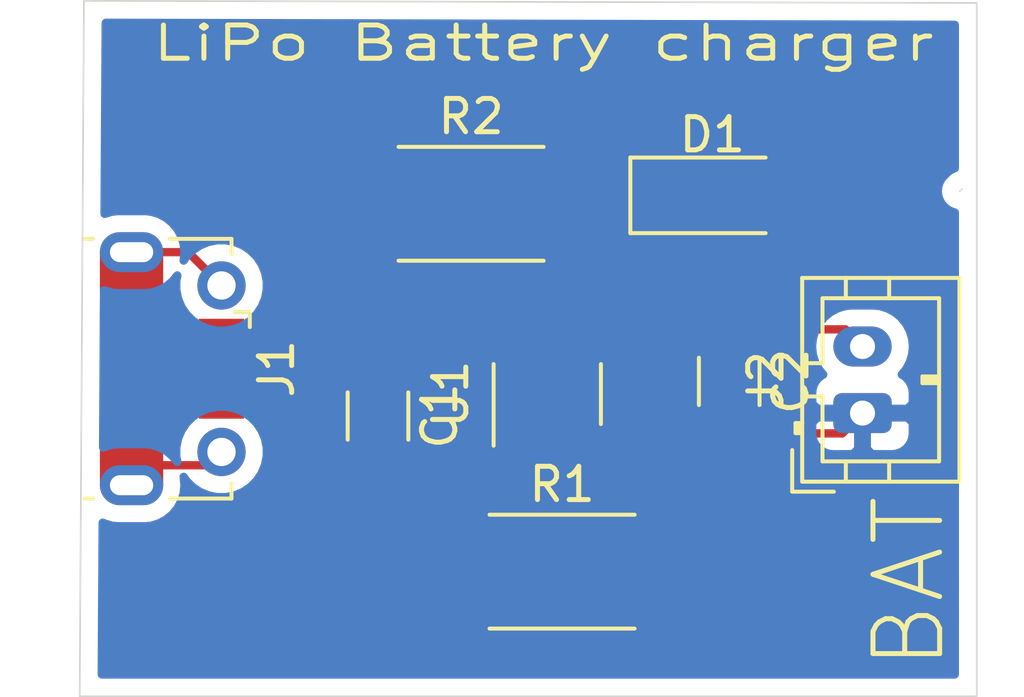
<source format=kicad_pcb>
(kicad_pcb (version 20171130) (host pcbnew "(5.1.10)-1")

  (general
    (thickness 1.6)
    (drawings 7)
    (tracks 49)
    (zones 0)
    (modules 8)
    (nets 11)
  )

  (page A4)
  (layers
    (0 F.Cu signal)
    (31 B.Cu signal)
    (32 B.Adhes user)
    (33 F.Adhes user)
    (34 B.Paste user)
    (35 F.Paste user)
    (36 B.SilkS user)
    (37 F.SilkS user)
    (38 B.Mask user)
    (39 F.Mask user)
    (40 Dwgs.User user)
    (41 Cmts.User user)
    (42 Eco1.User user)
    (43 Eco2.User user)
    (44 Edge.Cuts user)
    (45 Margin user)
    (46 B.CrtYd user)
    (47 F.CrtYd user)
    (48 B.Fab user)
    (49 F.Fab user)
  )

  (setup
    (last_trace_width 0.25)
    (trace_clearance 0.2)
    (zone_clearance 0.508)
    (zone_45_only no)
    (trace_min 0.2)
    (via_size 0.8)
    (via_drill 0.4)
    (via_min_size 0.4)
    (via_min_drill 0.3)
    (uvia_size 0.3)
    (uvia_drill 0.1)
    (uvias_allowed no)
    (uvia_min_size 0.2)
    (uvia_min_drill 0.1)
    (edge_width 0.05)
    (segment_width 0.2)
    (pcb_text_width 0.3)
    (pcb_text_size 1.5 1.5)
    (mod_edge_width 0.12)
    (mod_text_size 1 1)
    (mod_text_width 0.15)
    (pad_size 1.524 1.524)
    (pad_drill 0.762)
    (pad_to_mask_clearance 0)
    (aux_axis_origin 0 0)
    (visible_elements 7FFFFFFF)
    (pcbplotparams
      (layerselection 0x010fc_ffffffff)
      (usegerberextensions false)
      (usegerberattributes true)
      (usegerberadvancedattributes true)
      (creategerberjobfile true)
      (excludeedgelayer true)
      (linewidth 0.100000)
      (plotframeref false)
      (viasonmask false)
      (mode 1)
      (useauxorigin false)
      (hpglpennumber 1)
      (hpglpenspeed 20)
      (hpglpendiameter 15.000000)
      (psnegative false)
      (psa4output false)
      (plotreference true)
      (plotvalue true)
      (plotinvisibletext false)
      (padsonsilk false)
      (subtractmaskfromsilk false)
      (outputformat 1)
      (mirror false)
      (drillshape 1)
      (scaleselection 1)
      (outputdirectory ""))
  )

  (net 0 "")
  (net 1 GND)
  (net 2 VBUS)
  (net 3 VCC)
  (net 4 "Net-(D1-Pad1)")
  (net 5 "Net-(J1-Pad6)")
  (net 6 "Net-(J1-Pad3)")
  (net 7 "Net-(J1-Pad4)")
  (net 8 "Net-(J1-Pad2)")
  (net 9 "Net-(R1-Pad1)")
  (net 10 "Net-(R2-Pad2)")

  (net_class Default "This is the default net class."
    (clearance 0.2)
    (trace_width 0.25)
    (via_dia 0.8)
    (via_drill 0.4)
    (uvia_dia 0.3)
    (uvia_drill 0.1)
    (add_net GND)
    (add_net "Net-(D1-Pad1)")
    (add_net "Net-(J1-Pad2)")
    (add_net "Net-(J1-Pad3)")
    (add_net "Net-(J1-Pad4)")
    (add_net "Net-(J1-Pad6)")
    (add_net "Net-(R1-Pad1)")
    (add_net "Net-(R2-Pad2)")
    (add_net VBUS)
    (add_net VCC)
  )

  (module Package_TO_SOT_SMD:SOT-23-5 (layer F.Cu) (tedit 5A02FF57) (tstamp 61018E37)
    (at 109.22 99.441 90)
    (descr "5-pin SOT23 package")
    (tags SOT-23-5)
    (path /60FD6C04)
    (attr smd)
    (fp_text reference U1 (at 0 -2.9 90) (layer F.SilkS)
      (effects (font (size 1 1) (thickness 0.15)))
    )
    (fp_text value MCP73831-2-OT (at 0 2.9 90) (layer F.Fab)
      (effects (font (size 1 1) (thickness 0.15)))
    )
    (fp_text user %R (at 0 0) (layer F.Fab)
      (effects (font (size 0.5 0.5) (thickness 0.075)))
    )
    (fp_line (start -0.9 1.61) (end 0.9 1.61) (layer F.SilkS) (width 0.12))
    (fp_line (start 0.9 -1.61) (end -1.55 -1.61) (layer F.SilkS) (width 0.12))
    (fp_line (start -1.9 -1.8) (end 1.9 -1.8) (layer F.CrtYd) (width 0.05))
    (fp_line (start 1.9 -1.8) (end 1.9 1.8) (layer F.CrtYd) (width 0.05))
    (fp_line (start 1.9 1.8) (end -1.9 1.8) (layer F.CrtYd) (width 0.05))
    (fp_line (start -1.9 1.8) (end -1.9 -1.8) (layer F.CrtYd) (width 0.05))
    (fp_line (start -0.9 -0.9) (end -0.25 -1.55) (layer F.Fab) (width 0.1))
    (fp_line (start 0.9 -1.55) (end -0.25 -1.55) (layer F.Fab) (width 0.1))
    (fp_line (start -0.9 -0.9) (end -0.9 1.55) (layer F.Fab) (width 0.1))
    (fp_line (start 0.9 1.55) (end -0.9 1.55) (layer F.Fab) (width 0.1))
    (fp_line (start 0.9 -1.55) (end 0.9 1.55) (layer F.Fab) (width 0.1))
    (pad 5 smd rect (at 1.1 -0.95 90) (size 1.06 0.65) (layers F.Cu F.Paste F.Mask)
      (net 9 "Net-(R1-Pad1)"))
    (pad 4 smd rect (at 1.1 0.95 90) (size 1.06 0.65) (layers F.Cu F.Paste F.Mask)
      (net 2 VBUS))
    (pad 3 smd rect (at -1.1 0.95 90) (size 1.06 0.65) (layers F.Cu F.Paste F.Mask)
      (net 3 VCC))
    (pad 2 smd rect (at -1.1 0 90) (size 1.06 0.65) (layers F.Cu F.Paste F.Mask)
      (net 1 GND))
    (pad 1 smd rect (at -1.1 -0.95 90) (size 1.06 0.65) (layers F.Cu F.Paste F.Mask)
      (net 10 "Net-(R2-Pad2)"))
    (model ${KISYS3DMOD}/Package_TO_SOT_SMD.3dshapes/SOT-23-5.wrl
      (at (xyz 0 0 0))
      (scale (xyz 1 1 1))
      (rotate (xyz 0 0 0))
    )
  )

  (module Resistor_SMD:R_2512_6332Metric_Pad1.40x3.35mm_HandSolder (layer F.Cu) (tedit 5F68FEEE) (tstamp 61018E22)
    (at 106.934 93.726)
    (descr "Resistor SMD 2512 (6332 Metric), square (rectangular) end terminal, IPC_7351 nominal with elongated pad for handsoldering. (Body size source: IPC-SM-782 page 72, https://www.pcb-3d.com/wordpress/wp-content/uploads/ipc-sm-782a_amendment_1_and_2.pdf), generated with kicad-footprint-generator")
    (tags "resistor handsolder")
    (path /60FDFB30)
    (attr smd)
    (fp_text reference R2 (at 0 -2.62) (layer F.SilkS)
      (effects (font (size 1 1) (thickness 0.15)))
    )
    (fp_text value 470 (at 0 2.62) (layer F.Fab)
      (effects (font (size 1 1) (thickness 0.15)))
    )
    (fp_text user %R (at 0 0) (layer F.Fab)
      (effects (font (size 1 1) (thickness 0.15)))
    )
    (fp_line (start -3.15 1.6) (end -3.15 -1.6) (layer F.Fab) (width 0.1))
    (fp_line (start -3.15 -1.6) (end 3.15 -1.6) (layer F.Fab) (width 0.1))
    (fp_line (start 3.15 -1.6) (end 3.15 1.6) (layer F.Fab) (width 0.1))
    (fp_line (start 3.15 1.6) (end -3.15 1.6) (layer F.Fab) (width 0.1))
    (fp_line (start -2.177064 -1.71) (end 2.177064 -1.71) (layer F.SilkS) (width 0.12))
    (fp_line (start -2.177064 1.71) (end 2.177064 1.71) (layer F.SilkS) (width 0.12))
    (fp_line (start -4 1.92) (end -4 -1.92) (layer F.CrtYd) (width 0.05))
    (fp_line (start -4 -1.92) (end 4 -1.92) (layer F.CrtYd) (width 0.05))
    (fp_line (start 4 -1.92) (end 4 1.92) (layer F.CrtYd) (width 0.05))
    (fp_line (start 4 1.92) (end -4 1.92) (layer F.CrtYd) (width 0.05))
    (pad 2 smd roundrect (at 3.05 0) (size 1.4 3.35) (layers F.Cu F.Paste F.Mask) (roundrect_rratio 0.178571)
      (net 10 "Net-(R2-Pad2)"))
    (pad 1 smd roundrect (at -3.05 0) (size 1.4 3.35) (layers F.Cu F.Paste F.Mask) (roundrect_rratio 0.178571)
      (net 4 "Net-(D1-Pad1)"))
    (model ${KISYS3DMOD}/Resistor_SMD.3dshapes/R_2512_6332Metric.wrl
      (at (xyz 0 0 0))
      (scale (xyz 1 1 1))
      (rotate (xyz 0 0 0))
    )
  )

  (module Resistor_SMD:R_2512_6332Metric_Pad1.40x3.35mm_HandSolder (layer F.Cu) (tedit 5F68FEEE) (tstamp 61018E11)
    (at 109.6645 104.775)
    (descr "Resistor SMD 2512 (6332 Metric), square (rectangular) end terminal, IPC_7351 nominal with elongated pad for handsoldering. (Body size source: IPC-SM-782 page 72, https://www.pcb-3d.com/wordpress/wp-content/uploads/ipc-sm-782a_amendment_1_and_2.pdf), generated with kicad-footprint-generator")
    (tags "resistor handsolder")
    (path /60FE3836)
    (attr smd)
    (fp_text reference R1 (at 0 -2.62) (layer F.SilkS)
      (effects (font (size 1 1) (thickness 0.15)))
    )
    (fp_text value 2k (at 0 2.62) (layer F.Fab)
      (effects (font (size 1 1) (thickness 0.15)))
    )
    (fp_text user %R (at 0 0) (layer F.Fab)
      (effects (font (size 1 1) (thickness 0.15)))
    )
    (fp_line (start -3.15 1.6) (end -3.15 -1.6) (layer F.Fab) (width 0.1))
    (fp_line (start -3.15 -1.6) (end 3.15 -1.6) (layer F.Fab) (width 0.1))
    (fp_line (start 3.15 -1.6) (end 3.15 1.6) (layer F.Fab) (width 0.1))
    (fp_line (start 3.15 1.6) (end -3.15 1.6) (layer F.Fab) (width 0.1))
    (fp_line (start -2.177064 -1.71) (end 2.177064 -1.71) (layer F.SilkS) (width 0.12))
    (fp_line (start -2.177064 1.71) (end 2.177064 1.71) (layer F.SilkS) (width 0.12))
    (fp_line (start -4 1.92) (end -4 -1.92) (layer F.CrtYd) (width 0.05))
    (fp_line (start -4 -1.92) (end 4 -1.92) (layer F.CrtYd) (width 0.05))
    (fp_line (start 4 -1.92) (end 4 1.92) (layer F.CrtYd) (width 0.05))
    (fp_line (start 4 1.92) (end -4 1.92) (layer F.CrtYd) (width 0.05))
    (pad 2 smd roundrect (at 3.05 0) (size 1.4 3.35) (layers F.Cu F.Paste F.Mask) (roundrect_rratio 0.178571)
      (net 1 GND))
    (pad 1 smd roundrect (at -3.05 0) (size 1.4 3.35) (layers F.Cu F.Paste F.Mask) (roundrect_rratio 0.178571)
      (net 9 "Net-(R1-Pad1)"))
    (model ${KISYS3DMOD}/Resistor_SMD.3dshapes/R_2512_6332Metric.wrl
      (at (xyz 0 0 0))
      (scale (xyz 1 1 1))
      (rotate (xyz 0 0 0))
    )
  )

  (module Connector_JST:JST_PH_B2B-PH-K_1x02_P2.00mm_Vertical (layer F.Cu) (tedit 5B7745C2) (tstamp 61018E00)
    (at 118.6815 100.0125 90)
    (descr "JST PH series connector, B2B-PH-K (http://www.jst-mfg.com/product/pdf/eng/ePH.pdf), generated with kicad-footprint-generator")
    (tags "connector JST PH side entry")
    (path /60FD8582)
    (fp_text reference J2 (at 1 -2.9 90) (layer F.SilkS)
      (effects (font (size 1 1) (thickness 0.15)))
    )
    (fp_text value Conn_01x02_Female (at 1 4 90) (layer F.Fab)
      (effects (font (size 1 1) (thickness 0.15)))
    )
    (fp_text user %R (at 1 1.5 90) (layer F.Fab)
      (effects (font (size 1 1) (thickness 0.15)))
    )
    (fp_line (start -2.06 -1.81) (end -2.06 2.91) (layer F.SilkS) (width 0.12))
    (fp_line (start -2.06 2.91) (end 4.06 2.91) (layer F.SilkS) (width 0.12))
    (fp_line (start 4.06 2.91) (end 4.06 -1.81) (layer F.SilkS) (width 0.12))
    (fp_line (start 4.06 -1.81) (end -2.06 -1.81) (layer F.SilkS) (width 0.12))
    (fp_line (start -0.3 -1.81) (end -0.3 -2.01) (layer F.SilkS) (width 0.12))
    (fp_line (start -0.3 -2.01) (end -0.6 -2.01) (layer F.SilkS) (width 0.12))
    (fp_line (start -0.6 -2.01) (end -0.6 -1.81) (layer F.SilkS) (width 0.12))
    (fp_line (start -0.3 -1.91) (end -0.6 -1.91) (layer F.SilkS) (width 0.12))
    (fp_line (start 0.5 -1.81) (end 0.5 -1.2) (layer F.SilkS) (width 0.12))
    (fp_line (start 0.5 -1.2) (end -1.45 -1.2) (layer F.SilkS) (width 0.12))
    (fp_line (start -1.45 -1.2) (end -1.45 2.3) (layer F.SilkS) (width 0.12))
    (fp_line (start -1.45 2.3) (end 3.45 2.3) (layer F.SilkS) (width 0.12))
    (fp_line (start 3.45 2.3) (end 3.45 -1.2) (layer F.SilkS) (width 0.12))
    (fp_line (start 3.45 -1.2) (end 1.5 -1.2) (layer F.SilkS) (width 0.12))
    (fp_line (start 1.5 -1.2) (end 1.5 -1.81) (layer F.SilkS) (width 0.12))
    (fp_line (start -2.06 -0.5) (end -1.45 -0.5) (layer F.SilkS) (width 0.12))
    (fp_line (start -2.06 0.8) (end -1.45 0.8) (layer F.SilkS) (width 0.12))
    (fp_line (start 4.06 -0.5) (end 3.45 -0.5) (layer F.SilkS) (width 0.12))
    (fp_line (start 4.06 0.8) (end 3.45 0.8) (layer F.SilkS) (width 0.12))
    (fp_line (start 0.9 2.3) (end 0.9 1.8) (layer F.SilkS) (width 0.12))
    (fp_line (start 0.9 1.8) (end 1.1 1.8) (layer F.SilkS) (width 0.12))
    (fp_line (start 1.1 1.8) (end 1.1 2.3) (layer F.SilkS) (width 0.12))
    (fp_line (start 1 2.3) (end 1 1.8) (layer F.SilkS) (width 0.12))
    (fp_line (start -1.11 -2.11) (end -2.36 -2.11) (layer F.SilkS) (width 0.12))
    (fp_line (start -2.36 -2.11) (end -2.36 -0.86) (layer F.SilkS) (width 0.12))
    (fp_line (start -1.11 -2.11) (end -2.36 -2.11) (layer F.Fab) (width 0.1))
    (fp_line (start -2.36 -2.11) (end -2.36 -0.86) (layer F.Fab) (width 0.1))
    (fp_line (start -1.95 -1.7) (end -1.95 2.8) (layer F.Fab) (width 0.1))
    (fp_line (start -1.95 2.8) (end 3.95 2.8) (layer F.Fab) (width 0.1))
    (fp_line (start 3.95 2.8) (end 3.95 -1.7) (layer F.Fab) (width 0.1))
    (fp_line (start 3.95 -1.7) (end -1.95 -1.7) (layer F.Fab) (width 0.1))
    (fp_line (start -2.45 -2.2) (end -2.45 3.3) (layer F.CrtYd) (width 0.05))
    (fp_line (start -2.45 3.3) (end 4.45 3.3) (layer F.CrtYd) (width 0.05))
    (fp_line (start 4.45 3.3) (end 4.45 -2.2) (layer F.CrtYd) (width 0.05))
    (fp_line (start 4.45 -2.2) (end -2.45 -2.2) (layer F.CrtYd) (width 0.05))
    (pad 2 thru_hole oval (at 2 0 90) (size 1.2 1.75) (drill 0.75) (layers *.Cu *.Mask)
      (net 3 VCC))
    (pad 1 thru_hole roundrect (at 0 0 90) (size 1.2 1.75) (drill 0.75) (layers *.Cu *.Mask) (roundrect_rratio 0.208333)
      (net 1 GND))
    (model ${KISYS3DMOD}/Connector_JST.3dshapes/JST_PH_B2B-PH-K_1x02_P2.00mm_Vertical.wrl
      (at (xyz 0 0 0))
      (scale (xyz 1 1 1))
      (rotate (xyz 0 0 0))
    )
  )

  (module Connector_USB:USB_Micro-B_Molex-105017-0001 (layer F.Cu) (tedit 5A1DC0BE) (tstamp 61018DD6)
    (at 97.9805 98.679 270)
    (descr http://www.molex.com/pdm_docs/sd/1050170001_sd.pdf)
    (tags "Micro-USB SMD Typ-B")
    (path /60FD78E6)
    (attr smd)
    (fp_text reference J1 (at 0 -3.1125 90) (layer F.SilkS)
      (effects (font (size 1 1) (thickness 0.15)))
    )
    (fp_text value USB_B_Micro (at 0.3 4.3375 90) (layer F.Fab)
      (effects (font (size 1 1) (thickness 0.15)))
    )
    (fp_text user %R (at 0 0.8875 90) (layer F.Fab)
      (effects (font (size 1 1) (thickness 0.15)))
    )
    (fp_text user "PCB Edge" (at 0 2.6875 90) (layer Dwgs.User)
      (effects (font (size 0.5 0.5) (thickness 0.08)))
    )
    (fp_line (start -4.4 3.64) (end 4.4 3.64) (layer F.CrtYd) (width 0.05))
    (fp_line (start 4.4 -2.46) (end 4.4 3.64) (layer F.CrtYd) (width 0.05))
    (fp_line (start -4.4 -2.46) (end 4.4 -2.46) (layer F.CrtYd) (width 0.05))
    (fp_line (start -4.4 3.64) (end -4.4 -2.46) (layer F.CrtYd) (width 0.05))
    (fp_line (start -3.9 -1.7625) (end -3.45 -1.7625) (layer F.SilkS) (width 0.12))
    (fp_line (start -3.9 0.0875) (end -3.9 -1.7625) (layer F.SilkS) (width 0.12))
    (fp_line (start 3.9 2.6375) (end 3.9 2.3875) (layer F.SilkS) (width 0.12))
    (fp_line (start 3.75 3.3875) (end 3.75 -1.6125) (layer F.Fab) (width 0.1))
    (fp_line (start -3 2.689204) (end 3 2.689204) (layer F.Fab) (width 0.1))
    (fp_line (start -3.75 3.389204) (end 3.75 3.389204) (layer F.Fab) (width 0.1))
    (fp_line (start -3.75 -1.6125) (end 3.75 -1.6125) (layer F.Fab) (width 0.1))
    (fp_line (start -3.75 3.3875) (end -3.75 -1.6125) (layer F.Fab) (width 0.1))
    (fp_line (start -3.9 2.6375) (end -3.9 2.3875) (layer F.SilkS) (width 0.12))
    (fp_line (start 3.9 0.0875) (end 3.9 -1.7625) (layer F.SilkS) (width 0.12))
    (fp_line (start 3.9 -1.7625) (end 3.45 -1.7625) (layer F.SilkS) (width 0.12))
    (fp_line (start -1.7 -2.3125) (end -1.25 -2.3125) (layer F.SilkS) (width 0.12))
    (fp_line (start -1.7 -2.3125) (end -1.7 -1.8625) (layer F.SilkS) (width 0.12))
    (fp_line (start -1.3 -1.7125) (end -1.5 -1.9125) (layer F.Fab) (width 0.1))
    (fp_line (start -1.1 -1.9125) (end -1.3 -1.7125) (layer F.Fab) (width 0.1))
    (fp_line (start -1.5 -2.1225) (end -1.1 -2.1225) (layer F.Fab) (width 0.1))
    (fp_line (start -1.5 -2.1225) (end -1.5 -1.9125) (layer F.Fab) (width 0.1))
    (fp_line (start -1.1 -2.1225) (end -1.1 -1.9125) (layer F.Fab) (width 0.1))
    (pad 6 smd rect (at -2.9 1.2375 270) (size 1.2 1.9) (layers F.Cu F.Mask)
      (net 5 "Net-(J1-Pad6)"))
    (pad 6 smd rect (at 2.9 1.2375 270) (size 1.2 1.9) (layers F.Cu F.Mask)
      (net 5 "Net-(J1-Pad6)"))
    (pad 6 thru_hole oval (at 3.5 1.2375 270) (size 1.2 1.9) (drill oval 0.6 1.3) (layers *.Cu *.Mask)
      (net 5 "Net-(J1-Pad6)"))
    (pad 6 thru_hole oval (at -3.5 1.2375 90) (size 1.2 1.9) (drill oval 0.6 1.3) (layers *.Cu *.Mask)
      (net 5 "Net-(J1-Pad6)"))
    (pad 6 smd rect (at -1 1.2375 270) (size 1.5 1.9) (layers F.Cu F.Paste F.Mask)
      (net 5 "Net-(J1-Pad6)"))
    (pad 6 thru_hole circle (at 2.5 -1.4625 270) (size 1.45 1.45) (drill 0.85) (layers *.Cu *.Mask)
      (net 5 "Net-(J1-Pad6)"))
    (pad 3 smd rect (at 0 -1.4625 270) (size 0.4 1.35) (layers F.Cu F.Paste F.Mask)
      (net 6 "Net-(J1-Pad3)"))
    (pad 4 smd rect (at 0.65 -1.4625 270) (size 0.4 1.35) (layers F.Cu F.Paste F.Mask)
      (net 7 "Net-(J1-Pad4)"))
    (pad 5 smd rect (at 1.3 -1.4625 270) (size 0.4 1.35) (layers F.Cu F.Paste F.Mask)
      (net 1 GND))
    (pad 1 smd rect (at -1.3 -1.4625 270) (size 0.4 1.35) (layers F.Cu F.Paste F.Mask)
      (net 2 VBUS))
    (pad 2 smd rect (at -0.65 -1.4625 270) (size 0.4 1.35) (layers F.Cu F.Paste F.Mask)
      (net 8 "Net-(J1-Pad2)"))
    (pad 6 thru_hole circle (at -2.5 -1.4625 270) (size 1.45 1.45) (drill 0.85) (layers *.Cu *.Mask)
      (net 5 "Net-(J1-Pad6)"))
    (pad 6 smd rect (at 1 1.2375 270) (size 1.5 1.9) (layers F.Cu F.Paste F.Mask)
      (net 5 "Net-(J1-Pad6)"))
    (model ${KISYS3DMOD}/Connector_USB.3dshapes/USB_Micro-B_Molex-105017-0001.wrl
      (at (xyz 0 0 0))
      (scale (xyz 1 1 1))
      (rotate (xyz 0 0 0))
    )
    (model ${KIPRJMOD}/1050170001.stp
      (offset (xyz 0 -1 1))
      (scale (xyz 1 1 1))
      (rotate (xyz -90 0 0))
    )
  )

  (module LED_SMD:LED_1206_3216Metric_Pad1.42x1.75mm_HandSolder (layer F.Cu) (tedit 5F68FEF1) (tstamp 61018DAD)
    (at 114.173 93.472)
    (descr "LED SMD 1206 (3216 Metric), square (rectangular) end terminal, IPC_7351 nominal, (Body size source: http://www.tortai-tech.com/upload/download/2011102023233369053.pdf), generated with kicad-footprint-generator")
    (tags "LED handsolder")
    (path /60FDD97B)
    (attr smd)
    (fp_text reference D1 (at 0 -1.82) (layer F.SilkS)
      (effects (font (size 1 1) (thickness 0.15)))
    )
    (fp_text value LED (at 0 1.82) (layer F.Fab)
      (effects (font (size 1 1) (thickness 0.15)))
    )
    (fp_text user %R (at 0 0) (layer F.Fab)
      (effects (font (size 0.8 0.8) (thickness 0.12)))
    )
    (fp_line (start 1.6 -0.8) (end -1.2 -0.8) (layer F.Fab) (width 0.1))
    (fp_line (start -1.2 -0.8) (end -1.6 -0.4) (layer F.Fab) (width 0.1))
    (fp_line (start -1.6 -0.4) (end -1.6 0.8) (layer F.Fab) (width 0.1))
    (fp_line (start -1.6 0.8) (end 1.6 0.8) (layer F.Fab) (width 0.1))
    (fp_line (start 1.6 0.8) (end 1.6 -0.8) (layer F.Fab) (width 0.1))
    (fp_line (start 1.6 -1.135) (end -2.46 -1.135) (layer F.SilkS) (width 0.12))
    (fp_line (start -2.46 -1.135) (end -2.46 1.135) (layer F.SilkS) (width 0.12))
    (fp_line (start -2.46 1.135) (end 1.6 1.135) (layer F.SilkS) (width 0.12))
    (fp_line (start -2.45 1.12) (end -2.45 -1.12) (layer F.CrtYd) (width 0.05))
    (fp_line (start -2.45 -1.12) (end 2.45 -1.12) (layer F.CrtYd) (width 0.05))
    (fp_line (start 2.45 -1.12) (end 2.45 1.12) (layer F.CrtYd) (width 0.05))
    (fp_line (start 2.45 1.12) (end -2.45 1.12) (layer F.CrtYd) (width 0.05))
    (pad 2 smd roundrect (at 1.4875 0) (size 1.425 1.75) (layers F.Cu F.Paste F.Mask) (roundrect_rratio 0.175439)
      (net 2 VBUS))
    (pad 1 smd roundrect (at -1.4875 0) (size 1.425 1.75) (layers F.Cu F.Paste F.Mask) (roundrect_rratio 0.175439)
      (net 4 "Net-(D1-Pad1)"))
    (model ${KISYS3DMOD}/LED_SMD.3dshapes/LED_1206_3216Metric.wrl
      (at (xyz 0 0 0))
      (scale (xyz 1 1 1))
      (rotate (xyz 0 0 0))
    )
  )

  (module Capacitor_SMD:C_1206_3216Metric_Pad1.33x1.80mm_HandSolder (layer F.Cu) (tedit 5F68FEEF) (tstamp 61018D9A)
    (at 114.681 99.06 270)
    (descr "Capacitor SMD 1206 (3216 Metric), square (rectangular) end terminal, IPC_7351 nominal with elongated pad for handsoldering. (Body size source: IPC-SM-782 page 76, https://www.pcb-3d.com/wordpress/wp-content/uploads/ipc-sm-782a_amendment_1_and_2.pdf), generated with kicad-footprint-generator")
    (tags "capacitor handsolder")
    (path /60FE5272)
    (attr smd)
    (fp_text reference C2 (at 0 -1.85 90) (layer F.SilkS)
      (effects (font (size 1 1) (thickness 0.15)))
    )
    (fp_text value 4.7u (at 0 1.85 90) (layer F.Fab)
      (effects (font (size 1 1) (thickness 0.15)))
    )
    (fp_text user %R (at 0 0 90) (layer F.Fab)
      (effects (font (size 0.8 0.8) (thickness 0.12)))
    )
    (fp_line (start -1.6 0.8) (end -1.6 -0.8) (layer F.Fab) (width 0.1))
    (fp_line (start -1.6 -0.8) (end 1.6 -0.8) (layer F.Fab) (width 0.1))
    (fp_line (start 1.6 -0.8) (end 1.6 0.8) (layer F.Fab) (width 0.1))
    (fp_line (start 1.6 0.8) (end -1.6 0.8) (layer F.Fab) (width 0.1))
    (fp_line (start -0.711252 -0.91) (end 0.711252 -0.91) (layer F.SilkS) (width 0.12))
    (fp_line (start -0.711252 0.91) (end 0.711252 0.91) (layer F.SilkS) (width 0.12))
    (fp_line (start -2.48 1.15) (end -2.48 -1.15) (layer F.CrtYd) (width 0.05))
    (fp_line (start -2.48 -1.15) (end 2.48 -1.15) (layer F.CrtYd) (width 0.05))
    (fp_line (start 2.48 -1.15) (end 2.48 1.15) (layer F.CrtYd) (width 0.05))
    (fp_line (start 2.48 1.15) (end -2.48 1.15) (layer F.CrtYd) (width 0.05))
    (pad 2 smd roundrect (at 1.5625 0 270) (size 1.325 1.8) (layers F.Cu F.Paste F.Mask) (roundrect_rratio 0.188679)
      (net 1 GND))
    (pad 1 smd roundrect (at -1.5625 0 270) (size 1.325 1.8) (layers F.Cu F.Paste F.Mask) (roundrect_rratio 0.188679)
      (net 3 VCC))
    (model ${KISYS3DMOD}/Capacitor_SMD.3dshapes/C_1206_3216Metric.wrl
      (at (xyz 0 0 0))
      (scale (xyz 1 1 1))
      (rotate (xyz 0 0 0))
    )
  )

  (module Capacitor_SMD:C_1206_3216Metric_Pad1.33x1.80mm_HandSolder (layer F.Cu) (tedit 5F68FEEF) (tstamp 61018D89)
    (at 104.14 100.101 270)
    (descr "Capacitor SMD 1206 (3216 Metric), square (rectangular) end terminal, IPC_7351 nominal with elongated pad for handsoldering. (Body size source: IPC-SM-782 page 76, https://www.pcb-3d.com/wordpress/wp-content/uploads/ipc-sm-782a_amendment_1_and_2.pdf), generated with kicad-footprint-generator")
    (tags "capacitor handsolder")
    (path /60FE4A1F)
    (attr smd)
    (fp_text reference C1 (at 0 -1.85 90) (layer F.SilkS)
      (effects (font (size 1 1) (thickness 0.15)))
    )
    (fp_text value 4.7u (at 0 1.85 90) (layer F.Fab)
      (effects (font (size 1 1) (thickness 0.15)))
    )
    (fp_text user %R (at 0 0 90) (layer F.Fab)
      (effects (font (size 0.8 0.8) (thickness 0.12)))
    )
    (fp_line (start -1.6 0.8) (end -1.6 -0.8) (layer F.Fab) (width 0.1))
    (fp_line (start -1.6 -0.8) (end 1.6 -0.8) (layer F.Fab) (width 0.1))
    (fp_line (start 1.6 -0.8) (end 1.6 0.8) (layer F.Fab) (width 0.1))
    (fp_line (start 1.6 0.8) (end -1.6 0.8) (layer F.Fab) (width 0.1))
    (fp_line (start -0.711252 -0.91) (end 0.711252 -0.91) (layer F.SilkS) (width 0.12))
    (fp_line (start -0.711252 0.91) (end 0.711252 0.91) (layer F.SilkS) (width 0.12))
    (fp_line (start -2.48 1.15) (end -2.48 -1.15) (layer F.CrtYd) (width 0.05))
    (fp_line (start -2.48 -1.15) (end 2.48 -1.15) (layer F.CrtYd) (width 0.05))
    (fp_line (start 2.48 -1.15) (end 2.48 1.15) (layer F.CrtYd) (width 0.05))
    (fp_line (start 2.48 1.15) (end -2.48 1.15) (layer F.CrtYd) (width 0.05))
    (pad 2 smd roundrect (at 1.5625 0 270) (size 1.325 1.8) (layers F.Cu F.Paste F.Mask) (roundrect_rratio 0.188679)
      (net 1 GND))
    (pad 1 smd roundrect (at -1.5625 0 270) (size 1.325 1.8) (layers F.Cu F.Paste F.Mask) (roundrect_rratio 0.188679)
      (net 2 VBUS))
    (model ${KISYS3DMOD}/Capacitor_SMD.3dshapes/C_1206_3216Metric.wrl
      (at (xyz 0 0 0))
      (scale (xyz 1 1 1))
      (rotate (xyz 0 0 0))
    )
  )

  (gr_text "LiPo Battery charger" (at 109.093 88.9) (layer F.SilkS)
    (effects (font (size 1 1.5) (thickness 0.15)))
  )
  (gr_text BAT (at 120.0785 105.0925 90) (layer F.SilkS)
    (effects (font (size 2 2) (thickness 0.15)))
  )
  (gr_line (start 122.1105 87.6935) (end 95.3135 87.63) (layer Edge.Cuts) (width 0.05) (tstamp 6101953B))
  (gr_line (start 122.1105 108.5215) (end 122.1105 87.6935) (layer Edge.Cuts) (width 0.05))
  (gr_line (start 95.1865 108.5215) (end 122.1105 108.5215) (layer Edge.Cuts) (width 0.05))
  (gr_line (start 95.3135 87.63) (end 95.1865 108.5215) (layer Edge.Cuts) (width 0.05))
  (gr_line (start 121.666 93.2815) (end 121.6025 93.345) (layer Edge.Cuts) (width 0.05))

  (segment (start 113.907499 101.396001) (end 114.681 100.6225) (width 0.25) (layer F.Cu) (net 1))
  (segment (start 109.295001 101.396001) (end 113.907499 101.396001) (width 0.25) (layer F.Cu) (net 1))
  (segment (start 109.22 101.321) (end 109.295001 101.396001) (width 0.25) (layer F.Cu) (net 1))
  (segment (start 109.22 100.541) (end 109.22 101.321) (width 0.25) (layer F.Cu) (net 1))
  (segment (start 109.519999 100.840999) (end 109.22 100.541) (width 0.25) (layer F.Cu) (net 1))
  (segment (start 109.519999 104.557691) (end 109.519999 100.840999) (width 0.25) (layer F.Cu) (net 1))
  (segment (start 107.30268 106.77501) (end 109.519999 104.557691) (width 0.25) (layer F.Cu) (net 1))
  (segment (start 105.92632 106.77501) (end 107.30268 106.77501) (width 0.25) (layer F.Cu) (net 1))
  (segment (start 104.14 104.98869) (end 105.92632 106.77501) (width 0.25) (layer F.Cu) (net 1))
  (segment (start 104.14 101.6635) (end 104.14 104.98869) (width 0.25) (layer F.Cu) (net 1))
  (segment (start 118.0715 100.6225) (end 118.6815 100.0125) (width 0.25) (layer F.Cu) (net 1))
  (segment (start 114.681 100.6225) (end 118.0715 100.6225) (width 0.25) (layer F.Cu) (net 1))
  (segment (start 109.22 101.2805) (end 109.22 100.541) (width 0.25) (layer F.Cu) (net 1))
  (segment (start 112.7145 104.775) (end 109.22 101.2805) (width 0.25) (layer F.Cu) (net 1))
  (segment (start 102.4555 99.979) (end 104.14 101.6635) (width 0.25) (layer F.Cu) (net 1))
  (segment (start 99.443 99.979) (end 102.4555 99.979) (width 0.25) (layer F.Cu) (net 1))
  (segment (start 110.17 98.341) (end 111.871 98.341) (width 0.25) (layer F.Cu) (net 2))
  (segment (start 111.00901 92.06282) (end 111.00901 97.50199) (width 0.25) (layer F.Cu) (net 2))
  (segment (start 110.67218 91.72599) (end 111.00901 92.06282) (width 0.25) (layer F.Cu) (net 2))
  (segment (start 109.29582 91.72599) (end 110.67218 91.72599) (width 0.25) (layer F.Cu) (net 2))
  (segment (start 111.00901 97.50199) (end 110.17 98.341) (width 0.25) (layer F.Cu) (net 2))
  (segment (start 104.14 96.88181) (end 109.29582 91.72599) (width 0.25) (layer F.Cu) (net 2))
  (segment (start 104.14 98.5385) (end 104.14 96.88181) (width 0.25) (layer F.Cu) (net 2))
  (segment (start 115.6605 94.5515) (end 115.10725 95.10475) (width 0.25) (layer F.Cu) (net 2))
  (segment (start 115.6605 93.472) (end 115.6605 94.5515) (width 0.25) (layer F.Cu) (net 2))
  (segment (start 115.10725 95.10475) (end 115.2795 94.9325) (width 0.25) (layer F.Cu) (net 2))
  (segment (start 111.871 98.341) (end 115.10725 95.10475) (width 0.25) (layer F.Cu) (net 2))
  (segment (start 102.9805 97.379) (end 104.14 98.5385) (width 0.25) (layer F.Cu) (net 2))
  (segment (start 99.443 97.379) (end 102.9805 97.379) (width 0.25) (layer F.Cu) (net 2))
  (segment (start 110.17 100.541) (end 110.17 100.523) (width 0.25) (layer F.Cu) (net 3))
  (segment (start 111.6375 100.541) (end 114.681 97.4975) (width 0.25) (layer F.Cu) (net 3))
  (segment (start 110.17 100.541) (end 111.6375 100.541) (width 0.25) (layer F.Cu) (net 3))
  (segment (start 118.1665 97.4975) (end 118.6815 98.0125) (width 0.25) (layer F.Cu) (net 3))
  (segment (start 114.681 97.4975) (end 118.1665 97.4975) (width 0.25) (layer F.Cu) (net 3))
  (segment (start 112.6855 93.1029) (end 112.6855 93.472) (width 0.25) (layer F.Cu) (net 4))
  (segment (start 110.858581 91.275981) (end 112.6855 93.1029) (width 0.25) (layer F.Cu) (net 4))
  (segment (start 106.33402 91.27598) (end 110.858581 91.275981) (width 0.25) (layer F.Cu) (net 4))
  (segment (start 103.884 93.726) (end 106.33402 91.27598) (width 0.25) (layer F.Cu) (net 4))
  (segment (start 99.043 101.579) (end 99.443 101.179) (width 0.25) (layer F.Cu) (net 5))
  (segment (start 96.743 101.579) (end 99.043 101.579) (width 0.25) (layer F.Cu) (net 5))
  (segment (start 96.743 101.579) (end 96.743 95.179) (width 0.25) (layer F.Cu) (net 5))
  (segment (start 98.443 95.179) (end 99.443 96.179) (width 0.25) (layer F.Cu) (net 5))
  (segment (start 96.743 95.179) (end 98.443 95.179) (width 0.25) (layer F.Cu) (net 5))
  (segment (start 106.6145 99.9965) (end 108.27 98.341) (width 0.25) (layer F.Cu) (net 9))
  (segment (start 106.6145 104.775) (end 106.6145 99.9965) (width 0.25) (layer F.Cu) (net 9))
  (segment (start 109.0935 98.9375) (end 109.0935 96.077) (width 0.25) (layer F.Cu) (net 10))
  (segment (start 109.0935 96.077) (end 109.7935 95.377) (width 0.25) (layer F.Cu) (net 10))
  (segment (start 108.27 99.761) (end 109.0935 98.9375) (width 0.25) (layer F.Cu) (net 10))
  (segment (start 108.27 100.541) (end 108.27 99.761) (width 0.25) (layer F.Cu) (net 10))

  (zone (net 1) (net_name GND) (layer B.Cu) (tstamp 0) (hatch edge 0.508)
    (connect_pads (clearance 0.508))
    (min_thickness 0.254)
    (fill yes (arc_segments 32) (thermal_gap 0.508) (thermal_bridge_width 0.508))
    (polygon
      (pts
        (xy 122.1105 87.6935) (xy 122.1105 108.5215) (xy 95.1865 108.5215) (xy 95.3135 87.63)
      )
    )
    (filled_polygon
      (pts
        (xy 121.450501 88.351937) (xy 121.450501 92.657174) (xy 121.412208 92.66879) (xy 121.297551 92.730075) (xy 121.222234 92.791886)
        (xy 121.112886 92.901234) (xy 121.051075 92.97655) (xy 120.98979 93.091208) (xy 120.952051 93.215618) (xy 120.939308 93.345)
        (xy 120.952051 93.474382) (xy 120.98979 93.598792) (xy 121.051075 93.71345) (xy 121.133552 93.813948) (xy 121.23405 93.896425)
        (xy 121.348708 93.95771) (xy 121.450501 93.988588) (xy 121.4505 107.8615) (xy 95.850524 107.8615) (xy 95.878228 103.304199)
        (xy 95.918099 103.325511) (xy 96.150898 103.39613) (xy 96.332335 103.414) (xy 97.153665 103.414) (xy 97.335102 103.39613)
        (xy 97.567901 103.325511) (xy 97.782449 103.210833) (xy 97.970502 103.056502) (xy 98.124833 102.868449) (xy 98.239511 102.653901)
        (xy 98.31013 102.421102) (xy 98.333975 102.179) (xy 98.31013 101.936898) (xy 98.307117 101.926965) (xy 98.386619 102.045949)
        (xy 98.576051 102.235381) (xy 98.798799 102.384216) (xy 99.046303 102.486736) (xy 99.309052 102.539) (xy 99.576948 102.539)
        (xy 99.839697 102.486736) (xy 100.087201 102.384216) (xy 100.309949 102.235381) (xy 100.499381 102.045949) (xy 100.648216 101.823201)
        (xy 100.750736 101.575697) (xy 100.803 101.312948) (xy 100.803 101.045052) (xy 100.750736 100.782303) (xy 100.680401 100.6125)
        (xy 117.168428 100.6125) (xy 117.180688 100.736982) (xy 117.216998 100.85668) (xy 117.275963 100.966994) (xy 117.355315 101.063685)
        (xy 117.452006 101.143037) (xy 117.56232 101.202002) (xy 117.682018 101.238312) (xy 117.8065 101.250572) (xy 118.39575 101.2475)
        (xy 118.5545 101.08875) (xy 118.5545 100.1395) (xy 118.8085 100.1395) (xy 118.8085 101.08875) (xy 118.96725 101.2475)
        (xy 119.5565 101.250572) (xy 119.680982 101.238312) (xy 119.80068 101.202002) (xy 119.910994 101.143037) (xy 120.007685 101.063685)
        (xy 120.087037 100.966994) (xy 120.146002 100.85668) (xy 120.182312 100.736982) (xy 120.194572 100.6125) (xy 120.1915 100.29825)
        (xy 120.03275 100.1395) (xy 118.8085 100.1395) (xy 118.5545 100.1395) (xy 117.33025 100.1395) (xy 117.1715 100.29825)
        (xy 117.168428 100.6125) (xy 100.680401 100.6125) (xy 100.648216 100.534799) (xy 100.499381 100.312051) (xy 100.309949 100.122619)
        (xy 100.087201 99.973784) (xy 99.839697 99.871264) (xy 99.576948 99.819) (xy 99.309052 99.819) (xy 99.046303 99.871264)
        (xy 98.798799 99.973784) (xy 98.576051 100.122619) (xy 98.386619 100.312051) (xy 98.237784 100.534799) (xy 98.135264 100.782303)
        (xy 98.083 101.045052) (xy 98.083 101.312948) (xy 98.115984 101.478768) (xy 97.970502 101.301498) (xy 97.782449 101.147167)
        (xy 97.567901 101.032489) (xy 97.335102 100.96187) (xy 97.153665 100.944) (xy 96.332335 100.944) (xy 96.150898 100.96187)
        (xy 95.918099 101.032489) (xy 95.891952 101.046465) (xy 95.910395 98.0125) (xy 117.165525 98.0125) (xy 117.18937 98.254602)
        (xy 117.259989 98.487401) (xy 117.374667 98.701949) (xy 117.500936 98.855809) (xy 117.452006 98.881963) (xy 117.355315 98.961315)
        (xy 117.275963 99.058006) (xy 117.216998 99.16832) (xy 117.180688 99.288018) (xy 117.168428 99.4125) (xy 117.1715 99.72675)
        (xy 117.33025 99.8855) (xy 118.5545 99.8855) (xy 118.5545 99.8655) (xy 118.8085 99.8655) (xy 118.8085 99.8855)
        (xy 120.03275 99.8855) (xy 120.1915 99.72675) (xy 120.194572 99.4125) (xy 120.182312 99.288018) (xy 120.146002 99.16832)
        (xy 120.087037 99.058006) (xy 120.007685 98.961315) (xy 119.910994 98.881963) (xy 119.862064 98.855809) (xy 119.988333 98.701949)
        (xy 120.103011 98.487401) (xy 120.17363 98.254602) (xy 120.197475 98.0125) (xy 120.17363 97.770398) (xy 120.103011 97.537599)
        (xy 119.988333 97.323051) (xy 119.834002 97.134998) (xy 119.645949 96.980667) (xy 119.431401 96.865989) (xy 119.198602 96.79537)
        (xy 119.017165 96.7775) (xy 118.345835 96.7775) (xy 118.164398 96.79537) (xy 117.931599 96.865989) (xy 117.717051 96.980667)
        (xy 117.528998 97.134998) (xy 117.374667 97.323051) (xy 117.259989 97.537599) (xy 117.18937 97.770398) (xy 117.165525 98.0125)
        (xy 95.910395 98.0125) (xy 95.920646 96.326284) (xy 96.150898 96.39613) (xy 96.332335 96.414) (xy 97.153665 96.414)
        (xy 97.335102 96.39613) (xy 97.567901 96.325511) (xy 97.782449 96.210833) (xy 97.970502 96.056502) (xy 98.115984 95.879232)
        (xy 98.083 96.045052) (xy 98.083 96.312948) (xy 98.135264 96.575697) (xy 98.237784 96.823201) (xy 98.386619 97.045949)
        (xy 98.576051 97.235381) (xy 98.798799 97.384216) (xy 99.046303 97.486736) (xy 99.309052 97.539) (xy 99.576948 97.539)
        (xy 99.839697 97.486736) (xy 100.087201 97.384216) (xy 100.309949 97.235381) (xy 100.499381 97.045949) (xy 100.648216 96.823201)
        (xy 100.750736 96.575697) (xy 100.803 96.312948) (xy 100.803 96.045052) (xy 100.750736 95.782303) (xy 100.648216 95.534799)
        (xy 100.499381 95.312051) (xy 100.309949 95.122619) (xy 100.087201 94.973784) (xy 99.839697 94.871264) (xy 99.576948 94.819)
        (xy 99.309052 94.819) (xy 99.046303 94.871264) (xy 98.798799 94.973784) (xy 98.576051 95.122619) (xy 98.386619 95.312051)
        (xy 98.307117 95.431035) (xy 98.31013 95.421102) (xy 98.333975 95.179) (xy 98.31013 94.936898) (xy 98.239511 94.704099)
        (xy 98.124833 94.489551) (xy 97.970502 94.301498) (xy 97.782449 94.147167) (xy 97.567901 94.032489) (xy 97.335102 93.96187)
        (xy 97.153665 93.944) (xy 96.332335 93.944) (xy 96.150898 93.96187) (xy 95.934621 94.027477) (xy 95.96949 88.291556)
      )
    )
  )
)

</source>
